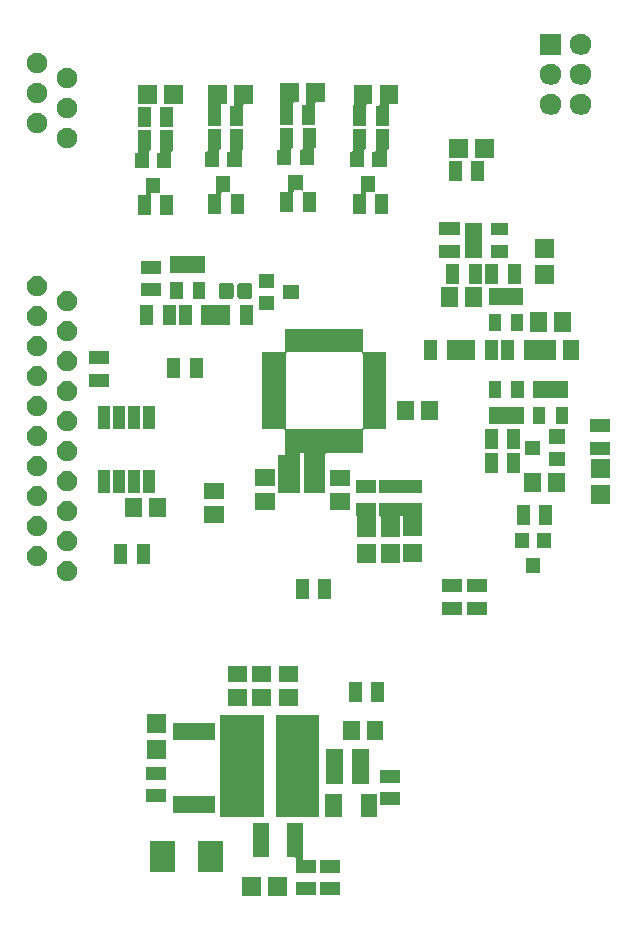
<source format=gts>
G04 #@! TF.GenerationSoftware,KiCad,Pcbnew,5.0.2-bee76a0~70~ubuntu18.04.1*
G04 #@! TF.CreationDate,2019-04-18T18:19:39-04:00*
G04 #@! TF.ProjectId,Brakelight_Shutdown_BSPD,4272616b-656c-4696-9768-745f53687574,rev?*
G04 #@! TF.SameCoordinates,Original*
G04 #@! TF.FileFunction,Soldermask,Top*
G04 #@! TF.FilePolarity,Negative*
%FSLAX46Y46*%
G04 Gerber Fmt 4.6, Leading zero omitted, Abs format (unit mm)*
G04 Created by KiCad (PCBNEW 5.0.2-bee76a0~70~ubuntu18.04.1) date Thu 18 Apr 2019 06:19:39 PM EDT*
%MOMM*%
%LPD*%
G01*
G04 APERTURE LIST*
%ADD10C,2.000000*%
G04 APERTURE END LIST*
D10*
G36*
X183812164Y-122865891D02*
X182212164Y-122865891D01*
X182212164Y-121265891D01*
X183812164Y-121265891D01*
X183812164Y-122865891D01*
X183812164Y-122865891D01*
G37*
G36*
X181612164Y-122865891D02*
X180012164Y-122865891D01*
X180012164Y-121265891D01*
X181612164Y-121265891D01*
X181612164Y-122865891D01*
X181612164Y-122865891D01*
G37*
G36*
X186318164Y-122803891D02*
X184618164Y-122803891D01*
X184618164Y-121703891D01*
X186318164Y-121703891D01*
X186318164Y-122803891D01*
X186318164Y-122803891D01*
G37*
G36*
X188350164Y-122803891D02*
X186650164Y-122803891D01*
X186650164Y-121703891D01*
X188350164Y-121703891D01*
X188350164Y-122803891D01*
X188350164Y-122803891D01*
G37*
G36*
X185160664Y-119678891D02*
X185163066Y-119703277D01*
X185170179Y-119726726D01*
X185181730Y-119748337D01*
X185197276Y-119767279D01*
X185216218Y-119782825D01*
X185237829Y-119794376D01*
X185261278Y-119801489D01*
X185285664Y-119803891D01*
X186318164Y-119803891D01*
X186318164Y-120903891D01*
X184618164Y-120903891D01*
X184618164Y-119723391D01*
X184615762Y-119699005D01*
X184608649Y-119675556D01*
X184597098Y-119653945D01*
X184581552Y-119635003D01*
X184562610Y-119619457D01*
X184540999Y-119607906D01*
X184517550Y-119600793D01*
X184493164Y-119598391D01*
X183860664Y-119598391D01*
X183860664Y-116698391D01*
X185160664Y-116698391D01*
X185160664Y-119678891D01*
X185160664Y-119678891D01*
G37*
G36*
X188350164Y-120903891D02*
X186650164Y-120903891D01*
X186650164Y-119803891D01*
X188350164Y-119803891D01*
X188350164Y-120903891D01*
X188350164Y-120903891D01*
G37*
G36*
X174365164Y-120805391D02*
X172187164Y-120805391D01*
X172187164Y-118246391D01*
X174365164Y-118246391D01*
X174365164Y-120805391D01*
X174365164Y-120805391D01*
G37*
G36*
X178429164Y-120805391D02*
X176251164Y-120805391D01*
X176251164Y-118246391D01*
X178429164Y-118246391D01*
X178429164Y-120805391D01*
X178429164Y-120805391D01*
G37*
G36*
X182260664Y-119598391D02*
X180960664Y-119598391D01*
X180960664Y-116698391D01*
X182260664Y-116698391D01*
X182260664Y-119598391D01*
X182260664Y-119598391D01*
G37*
G36*
X191478164Y-116207891D02*
X190078164Y-116207891D01*
X190078164Y-114207891D01*
X191478164Y-114207891D01*
X191478164Y-116207891D01*
X191478164Y-116207891D01*
G37*
G36*
X188478164Y-116207891D02*
X187078164Y-116207891D01*
X187078164Y-114207891D01*
X188478164Y-114207891D01*
X188478164Y-116207891D01*
X188478164Y-116207891D01*
G37*
G36*
X181856664Y-116142391D02*
X178156664Y-116142391D01*
X178156664Y-107542391D01*
X181856664Y-107542391D01*
X181856664Y-116142391D01*
X181856664Y-116142391D01*
G37*
G36*
X186556664Y-116142391D02*
X182856664Y-116142391D01*
X182856664Y-107542391D01*
X186556664Y-107542391D01*
X186556664Y-116142391D01*
X186556664Y-116142391D01*
G37*
G36*
X177743164Y-115832891D02*
X174143164Y-115832891D01*
X174143164Y-114432891D01*
X177743164Y-114432891D01*
X177743164Y-115832891D01*
X177743164Y-115832891D01*
G37*
G36*
X193430164Y-115183891D02*
X191730164Y-115183891D01*
X191730164Y-114083891D01*
X193430164Y-114083891D01*
X193430164Y-115183891D01*
X193430164Y-115183891D01*
G37*
G36*
X173618164Y-114929891D02*
X171918164Y-114929891D01*
X171918164Y-113829891D01*
X173618164Y-113829891D01*
X173618164Y-114929891D01*
X173618164Y-114929891D01*
G37*
G36*
X190790664Y-113342791D02*
X189330664Y-113342791D01*
X189330664Y-110392791D01*
X190790664Y-110392791D01*
X190790664Y-113342791D01*
X190790664Y-113342791D01*
G37*
G36*
X188590664Y-113342791D02*
X187130664Y-113342791D01*
X187130664Y-110392791D01*
X188590664Y-110392791D01*
X188590664Y-113342791D01*
X188590664Y-113342791D01*
G37*
G36*
X193430164Y-113283891D02*
X191730164Y-113283891D01*
X191730164Y-112183891D01*
X193430164Y-112183891D01*
X193430164Y-113283891D01*
X193430164Y-113283891D01*
G37*
G36*
X173618164Y-113029891D02*
X171918164Y-113029891D01*
X171918164Y-111929891D01*
X173618164Y-111929891D01*
X173618164Y-113029891D01*
X173618164Y-113029891D01*
G37*
G36*
X173568164Y-111265891D02*
X171968164Y-111265891D01*
X171968164Y-109665891D01*
X173568164Y-109665891D01*
X173568164Y-111265891D01*
X173568164Y-111265891D01*
G37*
G36*
X189994164Y-109682891D02*
X188594164Y-109682891D01*
X188594164Y-108032891D01*
X189994164Y-108032891D01*
X189994164Y-109682891D01*
X189994164Y-109682891D01*
G37*
G36*
X191994164Y-109682891D02*
X190594164Y-109682891D01*
X190594164Y-108032891D01*
X191994164Y-108032891D01*
X191994164Y-109682891D01*
X191994164Y-109682891D01*
G37*
G36*
X177743164Y-109632891D02*
X174143164Y-109632891D01*
X174143164Y-108232891D01*
X177743164Y-108232891D01*
X177743164Y-109632891D01*
X177743164Y-109632891D01*
G37*
G36*
X173568164Y-109065891D02*
X171968164Y-109065891D01*
X171968164Y-107465891D01*
X173568164Y-107465891D01*
X173568164Y-109065891D01*
X173568164Y-109065891D01*
G37*
G36*
X180451164Y-106747891D02*
X178801164Y-106747891D01*
X178801164Y-105347891D01*
X180451164Y-105347891D01*
X180451164Y-106747891D01*
X180451164Y-106747891D01*
G37*
G36*
X184769164Y-106747891D02*
X183119164Y-106747891D01*
X183119164Y-105347891D01*
X184769164Y-105347891D01*
X184769164Y-106747891D01*
X184769164Y-106747891D01*
G37*
G36*
X182483164Y-106747891D02*
X180833164Y-106747891D01*
X180833164Y-105347891D01*
X182483164Y-105347891D01*
X182483164Y-106747891D01*
X182483164Y-106747891D01*
G37*
G36*
X190148164Y-106405891D02*
X189048164Y-106405891D01*
X189048164Y-104705891D01*
X190148164Y-104705891D01*
X190148164Y-106405891D01*
X190148164Y-106405891D01*
G37*
G36*
X192048164Y-106405891D02*
X190948164Y-106405891D01*
X190948164Y-104705891D01*
X192048164Y-104705891D01*
X192048164Y-106405891D01*
X192048164Y-106405891D01*
G37*
G36*
X184769164Y-104747891D02*
X183119164Y-104747891D01*
X183119164Y-103347891D01*
X184769164Y-103347891D01*
X184769164Y-104747891D01*
X184769164Y-104747891D01*
G37*
G36*
X182483164Y-104747891D02*
X180833164Y-104747891D01*
X180833164Y-103347891D01*
X182483164Y-103347891D01*
X182483164Y-104747891D01*
X182483164Y-104747891D01*
G37*
G36*
X180451164Y-104747891D02*
X178801164Y-104747891D01*
X178801164Y-103347891D01*
X180451164Y-103347891D01*
X180451164Y-104747891D01*
X180451164Y-104747891D01*
G37*
G36*
X198614400Y-99061400D02*
X196914400Y-99061400D01*
X196914400Y-97961400D01*
X198614400Y-97961400D01*
X198614400Y-99061400D01*
X198614400Y-99061400D01*
G37*
G36*
X200798800Y-99046200D02*
X199098800Y-99046200D01*
X199098800Y-97946200D01*
X200798800Y-97946200D01*
X200798800Y-99046200D01*
X200798800Y-99046200D01*
G37*
G36*
X187565200Y-97725600D02*
X186465200Y-97725600D01*
X186465200Y-96025600D01*
X187565200Y-96025600D01*
X187565200Y-97725600D01*
X187565200Y-97725600D01*
G37*
G36*
X185665200Y-97725600D02*
X184565200Y-97725600D01*
X184565200Y-96025600D01*
X185665200Y-96025600D01*
X185665200Y-97725600D01*
X185665200Y-97725600D01*
G37*
G36*
X198614400Y-97161400D02*
X196914400Y-97161400D01*
X196914400Y-96061400D01*
X198614400Y-96061400D01*
X198614400Y-97161400D01*
X198614400Y-97161400D01*
G37*
G36*
X200798800Y-97146200D02*
X199098800Y-97146200D01*
X199098800Y-96046200D01*
X200798800Y-96046200D01*
X200798800Y-97146200D01*
X200798800Y-97146200D01*
G37*
G36*
X165449534Y-94534264D02*
X165604227Y-94598340D01*
X165743447Y-94691364D01*
X165861836Y-94809753D01*
X165954860Y-94948973D01*
X166018936Y-95103666D01*
X166051600Y-95267881D01*
X166051600Y-95435319D01*
X166018936Y-95599534D01*
X165954860Y-95754227D01*
X165861836Y-95893447D01*
X165743447Y-96011836D01*
X165604227Y-96104860D01*
X165449534Y-96168936D01*
X165285319Y-96201600D01*
X165117881Y-96201600D01*
X164953666Y-96168936D01*
X164798973Y-96104860D01*
X164659753Y-96011836D01*
X164541364Y-95893447D01*
X164448340Y-95754227D01*
X164384264Y-95599534D01*
X164351600Y-95435319D01*
X164351600Y-95267881D01*
X164384264Y-95103666D01*
X164448340Y-94948973D01*
X164541364Y-94809753D01*
X164659753Y-94691364D01*
X164798973Y-94598340D01*
X164953666Y-94534264D01*
X165117881Y-94501600D01*
X165285319Y-94501600D01*
X165449534Y-94534264D01*
X165449534Y-94534264D01*
G37*
G36*
X205237600Y-95510800D02*
X204037600Y-95510800D01*
X204037600Y-94210800D01*
X205237600Y-94210800D01*
X205237600Y-95510800D01*
X205237600Y-95510800D01*
G37*
G36*
X162909534Y-93264264D02*
X163064227Y-93328340D01*
X163203447Y-93421364D01*
X163321836Y-93539753D01*
X163414860Y-93678973D01*
X163478936Y-93833666D01*
X163511600Y-93997881D01*
X163511600Y-94165319D01*
X163478936Y-94329534D01*
X163414860Y-94484227D01*
X163321836Y-94623447D01*
X163203447Y-94741836D01*
X163064227Y-94834860D01*
X162909534Y-94898936D01*
X162745319Y-94931600D01*
X162577881Y-94931600D01*
X162413666Y-94898936D01*
X162258973Y-94834860D01*
X162119753Y-94741836D01*
X162001364Y-94623447D01*
X161908340Y-94484227D01*
X161844264Y-94329534D01*
X161811600Y-94165319D01*
X161811600Y-93997881D01*
X161844264Y-93833666D01*
X161908340Y-93678973D01*
X162001364Y-93539753D01*
X162119753Y-93421364D01*
X162258973Y-93328340D01*
X162413666Y-93264264D01*
X162577881Y-93231600D01*
X162745319Y-93231600D01*
X162909534Y-93264264D01*
X162909534Y-93264264D01*
G37*
G36*
X170303200Y-94753800D02*
X169203200Y-94753800D01*
X169203200Y-93053800D01*
X170303200Y-93053800D01*
X170303200Y-94753800D01*
X170303200Y-94753800D01*
G37*
G36*
X172203200Y-94753800D02*
X171103200Y-94753800D01*
X171103200Y-93053800D01*
X172203200Y-93053800D01*
X172203200Y-94753800D01*
X172203200Y-94753800D01*
G37*
G36*
X191388900Y-94643200D02*
X189788900Y-94643200D01*
X189788900Y-93043200D01*
X191388900Y-93043200D01*
X191388900Y-94643200D01*
X191388900Y-94643200D01*
G37*
G36*
X193357400Y-94643200D02*
X191757400Y-94643200D01*
X191757400Y-93043200D01*
X193357400Y-93043200D01*
X193357400Y-94643200D01*
X193357400Y-94643200D01*
G37*
G36*
X195262400Y-94622700D02*
X193662400Y-94622700D01*
X193662400Y-93022700D01*
X195262400Y-93022700D01*
X195262400Y-94622700D01*
X195262400Y-94622700D01*
G37*
G36*
X165449534Y-91994264D02*
X165604227Y-92058340D01*
X165743447Y-92151364D01*
X165861836Y-92269753D01*
X165954860Y-92408973D01*
X166018936Y-92563666D01*
X166051600Y-92727881D01*
X166051600Y-92895319D01*
X166018936Y-93059534D01*
X165954860Y-93214227D01*
X165861836Y-93353447D01*
X165743447Y-93471836D01*
X165604227Y-93564860D01*
X165449534Y-93628936D01*
X165285319Y-93661600D01*
X165117881Y-93661600D01*
X164953666Y-93628936D01*
X164798973Y-93564860D01*
X164659753Y-93471836D01*
X164541364Y-93353447D01*
X164448340Y-93214227D01*
X164384264Y-93059534D01*
X164351600Y-92895319D01*
X164351600Y-92727881D01*
X164384264Y-92563666D01*
X164448340Y-92408973D01*
X164541364Y-92269753D01*
X164659753Y-92151364D01*
X164798973Y-92058340D01*
X164953666Y-91994264D01*
X165117881Y-91961600D01*
X165285319Y-91961600D01*
X165449534Y-91994264D01*
X165449534Y-91994264D01*
G37*
G36*
X204287600Y-93410800D02*
X203087600Y-93410800D01*
X203087600Y-92110800D01*
X204287600Y-92110800D01*
X204287600Y-93410800D01*
X204287600Y-93410800D01*
G37*
G36*
X206187600Y-93410800D02*
X204987600Y-93410800D01*
X204987600Y-92110800D01*
X206187600Y-92110800D01*
X206187600Y-93410800D01*
X206187600Y-93410800D01*
G37*
G36*
X191375400Y-90718200D02*
X191377802Y-90742586D01*
X191384915Y-90766035D01*
X191388900Y-90773491D01*
X191388900Y-92443200D01*
X189788900Y-92443200D01*
X189788900Y-90794200D01*
X189786498Y-90769814D01*
X189779385Y-90746365D01*
X189767834Y-90724754D01*
X189752288Y-90705812D01*
X189733346Y-90690266D01*
X189711735Y-90678715D01*
X189688286Y-90671602D01*
X189675400Y-90670333D01*
X189675400Y-89569200D01*
X191375400Y-89569200D01*
X191375400Y-90718200D01*
X191375400Y-90718200D01*
G37*
G36*
X195248900Y-90697700D02*
X195251302Y-90722086D01*
X195258415Y-90745535D01*
X195262400Y-90752991D01*
X195262400Y-92422700D01*
X193662400Y-92422700D01*
X193662400Y-90791700D01*
X193659998Y-90767314D01*
X193652885Y-90743865D01*
X193641334Y-90722254D01*
X193625788Y-90703312D01*
X193606846Y-90687766D01*
X193585235Y-90676215D01*
X193561786Y-90669102D01*
X193537400Y-90666700D01*
X193482400Y-90666700D01*
X193458014Y-90669102D01*
X193434565Y-90676215D01*
X193412954Y-90687766D01*
X193394012Y-90703312D01*
X193378466Y-90722254D01*
X193366915Y-90743865D01*
X193359802Y-90767314D01*
X193357400Y-90791700D01*
X193357400Y-92443200D01*
X191757400Y-92443200D01*
X191757400Y-90794200D01*
X191754998Y-90769814D01*
X191747885Y-90746365D01*
X191736334Y-90724754D01*
X191720788Y-90705812D01*
X191701846Y-90690266D01*
X191680235Y-90678715D01*
X191656786Y-90671602D01*
X191643900Y-90670333D01*
X191643900Y-89569200D01*
X193423900Y-89569200D01*
X193448286Y-89566798D01*
X193448609Y-89566700D01*
X195248900Y-89566700D01*
X195248900Y-90697700D01*
X195248900Y-90697700D01*
G37*
G36*
X162909534Y-90724264D02*
X163064227Y-90788340D01*
X163203447Y-90881364D01*
X163321836Y-90999753D01*
X163414860Y-91138973D01*
X163478936Y-91293666D01*
X163511600Y-91457881D01*
X163511600Y-91625319D01*
X163478936Y-91789534D01*
X163414860Y-91944227D01*
X163321836Y-92083447D01*
X163203447Y-92201836D01*
X163064227Y-92294860D01*
X162909534Y-92358936D01*
X162745319Y-92391600D01*
X162577881Y-92391600D01*
X162413666Y-92358936D01*
X162258973Y-92294860D01*
X162119753Y-92201836D01*
X162001364Y-92083447D01*
X161908340Y-91944227D01*
X161844264Y-91789534D01*
X161811600Y-91625319D01*
X161811600Y-91457881D01*
X161844264Y-91293666D01*
X161908340Y-91138973D01*
X162001364Y-90999753D01*
X162119753Y-90881364D01*
X162258973Y-90788340D01*
X162413666Y-90724264D01*
X162577881Y-90691600D01*
X162745319Y-90691600D01*
X162909534Y-90724264D01*
X162909534Y-90724264D01*
G37*
G36*
X206259600Y-91426400D02*
X205159600Y-91426400D01*
X205159600Y-89726400D01*
X206259600Y-89726400D01*
X206259600Y-91426400D01*
X206259600Y-91426400D01*
G37*
G36*
X204359600Y-91426400D02*
X203259600Y-91426400D01*
X203259600Y-89726400D01*
X204359600Y-89726400D01*
X204359600Y-91426400D01*
X204359600Y-91426400D01*
G37*
G36*
X178472600Y-91276400D02*
X176822600Y-91276400D01*
X176822600Y-89876400D01*
X178472600Y-89876400D01*
X178472600Y-91276400D01*
X178472600Y-91276400D01*
G37*
G36*
X165449534Y-89454264D02*
X165604227Y-89518340D01*
X165743447Y-89611364D01*
X165861836Y-89729753D01*
X165954860Y-89868973D01*
X166018936Y-90023666D01*
X166051600Y-90187881D01*
X166051600Y-90355319D01*
X166018936Y-90519534D01*
X165954860Y-90674227D01*
X165861836Y-90813447D01*
X165743447Y-90931836D01*
X165604227Y-91024860D01*
X165449534Y-91088936D01*
X165285319Y-91121600D01*
X165117881Y-91121600D01*
X164953666Y-91088936D01*
X164798973Y-91024860D01*
X164659753Y-90931836D01*
X164541364Y-90813447D01*
X164448340Y-90674227D01*
X164384264Y-90519534D01*
X164351600Y-90355319D01*
X164351600Y-90187881D01*
X164384264Y-90023666D01*
X164448340Y-89868973D01*
X164541364Y-89729753D01*
X164659753Y-89611364D01*
X164798973Y-89518340D01*
X164953666Y-89454264D01*
X165117881Y-89421600D01*
X165285319Y-89421600D01*
X165449534Y-89454264D01*
X165449534Y-89454264D01*
G37*
G36*
X171540400Y-90791800D02*
X170140400Y-90791800D01*
X170140400Y-89141800D01*
X171540400Y-89141800D01*
X171540400Y-90791800D01*
X171540400Y-90791800D01*
G37*
G36*
X173540400Y-90791800D02*
X172140400Y-90791800D01*
X172140400Y-89141800D01*
X173540400Y-89141800D01*
X173540400Y-90791800D01*
X173540400Y-90791800D01*
G37*
G36*
X189127900Y-90184200D02*
X187477900Y-90184200D01*
X187477900Y-88784200D01*
X189127900Y-88784200D01*
X189127900Y-90184200D01*
X189127900Y-90184200D01*
G37*
G36*
X182777900Y-90152200D02*
X181127900Y-90152200D01*
X181127900Y-88752200D01*
X182777900Y-88752200D01*
X182777900Y-90152200D01*
X182777900Y-90152200D01*
G37*
G36*
X162909534Y-88184264D02*
X163064227Y-88248340D01*
X163203447Y-88341364D01*
X163321836Y-88459753D01*
X163414860Y-88598973D01*
X163478936Y-88753666D01*
X163511600Y-88917881D01*
X163511600Y-89085319D01*
X163478936Y-89249534D01*
X163414860Y-89404227D01*
X163321836Y-89543447D01*
X163203447Y-89661836D01*
X163064227Y-89754860D01*
X162909534Y-89818936D01*
X162745319Y-89851600D01*
X162577881Y-89851600D01*
X162413666Y-89818936D01*
X162258973Y-89754860D01*
X162119753Y-89661836D01*
X162001364Y-89543447D01*
X161908340Y-89404227D01*
X161844264Y-89249534D01*
X161811600Y-89085319D01*
X161811600Y-88917881D01*
X161844264Y-88753666D01*
X161908340Y-88598973D01*
X162001364Y-88459753D01*
X162119753Y-88341364D01*
X162258973Y-88248340D01*
X162413666Y-88184264D01*
X162577881Y-88151600D01*
X162745319Y-88151600D01*
X162909534Y-88184264D01*
X162909534Y-88184264D01*
G37*
G36*
X211188200Y-89657000D02*
X209588200Y-89657000D01*
X209588200Y-88057000D01*
X211188200Y-88057000D01*
X211188200Y-89657000D01*
X211188200Y-89657000D01*
G37*
G36*
X178472600Y-89276400D02*
X176822600Y-89276400D01*
X176822600Y-87876400D01*
X178472600Y-87876400D01*
X178472600Y-89276400D01*
X178472600Y-89276400D01*
G37*
G36*
X195248900Y-88766700D02*
X193468900Y-88766700D01*
X193444514Y-88769102D01*
X193444191Y-88769200D01*
X191643900Y-88769200D01*
X191643900Y-87669200D01*
X193423900Y-87669200D01*
X193448286Y-87666798D01*
X193448609Y-87666700D01*
X195248900Y-87666700D01*
X195248900Y-88766700D01*
X195248900Y-88766700D01*
G37*
G36*
X191375400Y-88769200D02*
X189675400Y-88769200D01*
X189675400Y-87669200D01*
X191375400Y-87669200D01*
X191375400Y-88769200D01*
X191375400Y-88769200D01*
G37*
G36*
X172610400Y-88714200D02*
X171610400Y-88714200D01*
X171610400Y-86764200D01*
X172610400Y-86764200D01*
X172610400Y-88714200D01*
X172610400Y-88714200D01*
G37*
G36*
X168800400Y-88714200D02*
X167800400Y-88714200D01*
X167800400Y-86764200D01*
X168800400Y-86764200D01*
X168800400Y-88714200D01*
X168800400Y-88714200D01*
G37*
G36*
X170070400Y-88714200D02*
X169070400Y-88714200D01*
X169070400Y-86764200D01*
X170070400Y-86764200D01*
X170070400Y-88714200D01*
X170070400Y-88714200D01*
G37*
G36*
X171340400Y-88714200D02*
X170340400Y-88714200D01*
X170340400Y-86764200D01*
X171340400Y-86764200D01*
X171340400Y-88714200D01*
X171340400Y-88714200D01*
G37*
G36*
X190244400Y-76686200D02*
X190246802Y-76710586D01*
X190253915Y-76734035D01*
X190265466Y-76755646D01*
X190281012Y-76774588D01*
X190299954Y-76790134D01*
X190321565Y-76801685D01*
X190345014Y-76808798D01*
X190369400Y-76811200D01*
X192219400Y-76811200D01*
X192219400Y-83361200D01*
X190369400Y-83361200D01*
X190345014Y-83363602D01*
X190321565Y-83370715D01*
X190299954Y-83382266D01*
X190281012Y-83397812D01*
X190265466Y-83416754D01*
X190253915Y-83438365D01*
X190246802Y-83461814D01*
X190244400Y-83486200D01*
X190244400Y-85336200D01*
X187209900Y-85336200D01*
X187185514Y-85338602D01*
X187162065Y-85345715D01*
X187140454Y-85357266D01*
X187121512Y-85372812D01*
X187105966Y-85391754D01*
X187094415Y-85413365D01*
X187087302Y-85436814D01*
X187084900Y-85461200D01*
X187084900Y-88709200D01*
X185284900Y-88709200D01*
X185284900Y-85461200D01*
X185282498Y-85436814D01*
X185275385Y-85413365D01*
X185263834Y-85391754D01*
X185248288Y-85372812D01*
X185229346Y-85357266D01*
X185207735Y-85345715D01*
X185184286Y-85338602D01*
X185159900Y-85336200D01*
X185009900Y-85336200D01*
X184985514Y-85338602D01*
X184962065Y-85345715D01*
X184940454Y-85357266D01*
X184921512Y-85372812D01*
X184905966Y-85391754D01*
X184894415Y-85413365D01*
X184887302Y-85436814D01*
X184884900Y-85461200D01*
X184884900Y-88709200D01*
X183084900Y-88709200D01*
X183084900Y-85509200D01*
X183569400Y-85509200D01*
X183593786Y-85506798D01*
X183617235Y-85499685D01*
X183638846Y-85488134D01*
X183657788Y-85472588D01*
X183673334Y-85453646D01*
X183684885Y-85432035D01*
X183691998Y-85408586D01*
X183694400Y-85384200D01*
X183694400Y-83486200D01*
X183691998Y-83461814D01*
X183684885Y-83438365D01*
X183673334Y-83416754D01*
X183657788Y-83397812D01*
X183638846Y-83382266D01*
X183617235Y-83370715D01*
X183593786Y-83363602D01*
X183569400Y-83361200D01*
X181719400Y-83361200D01*
X181719400Y-76961200D01*
X183719400Y-76961200D01*
X183719400Y-83211200D01*
X183721802Y-83235586D01*
X183728915Y-83259035D01*
X183740466Y-83280646D01*
X183756012Y-83299588D01*
X183774954Y-83315134D01*
X183796565Y-83326685D01*
X183820014Y-83333798D01*
X183844400Y-83336200D01*
X190094400Y-83336200D01*
X190118786Y-83333798D01*
X190142235Y-83326685D01*
X190163846Y-83315134D01*
X190182788Y-83299588D01*
X190198334Y-83280646D01*
X190209885Y-83259035D01*
X190216998Y-83235586D01*
X190219400Y-83211200D01*
X190219400Y-76961200D01*
X190216998Y-76936814D01*
X190209885Y-76913365D01*
X190198334Y-76891754D01*
X190182788Y-76872812D01*
X190163846Y-76857266D01*
X190142235Y-76845715D01*
X190118786Y-76838602D01*
X190094400Y-76836200D01*
X183844400Y-76836200D01*
X183820014Y-76838602D01*
X183796565Y-76845715D01*
X183774954Y-76857266D01*
X183756012Y-76872812D01*
X183740466Y-76891754D01*
X183728915Y-76913365D01*
X183721802Y-76936814D01*
X183719400Y-76961200D01*
X181719400Y-76961200D01*
X181719400Y-76811200D01*
X183569400Y-76811200D01*
X183593786Y-76808798D01*
X183617235Y-76801685D01*
X183638846Y-76790134D01*
X183657788Y-76774588D01*
X183673334Y-76755646D01*
X183684885Y-76734035D01*
X183691998Y-76710586D01*
X183694400Y-76686200D01*
X183694400Y-74836200D01*
X190244400Y-74836200D01*
X190244400Y-76686200D01*
X190244400Y-76686200D01*
G37*
G36*
X205322400Y-88658200D02*
X203922400Y-88658200D01*
X203922400Y-87008200D01*
X205322400Y-87008200D01*
X205322400Y-88658200D01*
X205322400Y-88658200D01*
G37*
G36*
X207322400Y-88658200D02*
X205922400Y-88658200D01*
X205922400Y-87008200D01*
X207322400Y-87008200D01*
X207322400Y-88658200D01*
X207322400Y-88658200D01*
G37*
G36*
X165449534Y-86914264D02*
X165604227Y-86978340D01*
X165743447Y-87071364D01*
X165861836Y-87189753D01*
X165954860Y-87328973D01*
X166018936Y-87483666D01*
X166051600Y-87647881D01*
X166051600Y-87815319D01*
X166018936Y-87979534D01*
X165954860Y-88134227D01*
X165861836Y-88273447D01*
X165743447Y-88391836D01*
X165604227Y-88484860D01*
X165449534Y-88548936D01*
X165285319Y-88581600D01*
X165117881Y-88581600D01*
X164953666Y-88548936D01*
X164798973Y-88484860D01*
X164659753Y-88391836D01*
X164541364Y-88273447D01*
X164448340Y-88134227D01*
X164384264Y-87979534D01*
X164351600Y-87815319D01*
X164351600Y-87647881D01*
X164384264Y-87483666D01*
X164448340Y-87328973D01*
X164541364Y-87189753D01*
X164659753Y-87071364D01*
X164798973Y-86978340D01*
X164953666Y-86914264D01*
X165117881Y-86881600D01*
X165285319Y-86881600D01*
X165449534Y-86914264D01*
X165449534Y-86914264D01*
G37*
G36*
X189127900Y-88184200D02*
X187477900Y-88184200D01*
X187477900Y-86784200D01*
X189127900Y-86784200D01*
X189127900Y-88184200D01*
X189127900Y-88184200D01*
G37*
G36*
X182777900Y-88152200D02*
X181127900Y-88152200D01*
X181127900Y-86752200D01*
X182777900Y-86752200D01*
X182777900Y-88152200D01*
X182777900Y-88152200D01*
G37*
G36*
X211188200Y-87457000D02*
X209588200Y-87457000D01*
X209588200Y-85857000D01*
X211188200Y-85857000D01*
X211188200Y-87457000D01*
X211188200Y-87457000D01*
G37*
G36*
X162909534Y-85644264D02*
X163064227Y-85708340D01*
X163203447Y-85801364D01*
X163321836Y-85919753D01*
X163414860Y-86058973D01*
X163478936Y-86213666D01*
X163511600Y-86377881D01*
X163511600Y-86545319D01*
X163478936Y-86709534D01*
X163414860Y-86864227D01*
X163321836Y-87003447D01*
X163203447Y-87121836D01*
X163064227Y-87214860D01*
X162909534Y-87278936D01*
X162745319Y-87311600D01*
X162577881Y-87311600D01*
X162413666Y-87278936D01*
X162258973Y-87214860D01*
X162119753Y-87121836D01*
X162001364Y-87003447D01*
X161908340Y-86864227D01*
X161844264Y-86709534D01*
X161811600Y-86545319D01*
X161811600Y-86377881D01*
X161844264Y-86213666D01*
X161908340Y-86058973D01*
X162001364Y-85919753D01*
X162119753Y-85801364D01*
X162258973Y-85708340D01*
X162413666Y-85644264D01*
X162577881Y-85611600D01*
X162745319Y-85611600D01*
X162909534Y-85644264D01*
X162909534Y-85644264D01*
G37*
G36*
X203572200Y-87032200D02*
X202472200Y-87032200D01*
X202472200Y-85332200D01*
X203572200Y-85332200D01*
X203572200Y-87032200D01*
X203572200Y-87032200D01*
G37*
G36*
X201672200Y-87032200D02*
X200572200Y-87032200D01*
X200572200Y-85332200D01*
X201672200Y-85332200D01*
X201672200Y-87032200D01*
X201672200Y-87032200D01*
G37*
G36*
X207347000Y-86462200D02*
X206047000Y-86462200D01*
X206047000Y-85262200D01*
X207347000Y-85262200D01*
X207347000Y-86462200D01*
X207347000Y-86462200D01*
G37*
G36*
X165449534Y-84374264D02*
X165604227Y-84438340D01*
X165743447Y-84531364D01*
X165861836Y-84649753D01*
X165954860Y-84788973D01*
X166018936Y-84943666D01*
X166051600Y-85107881D01*
X166051600Y-85275319D01*
X166018936Y-85439534D01*
X165954860Y-85594227D01*
X165861836Y-85733447D01*
X165743447Y-85851836D01*
X165604227Y-85944860D01*
X165449534Y-86008936D01*
X165285319Y-86041600D01*
X165117881Y-86041600D01*
X164953666Y-86008936D01*
X164798973Y-85944860D01*
X164659753Y-85851836D01*
X164541364Y-85733447D01*
X164448340Y-85594227D01*
X164384264Y-85439534D01*
X164351600Y-85275319D01*
X164351600Y-85107881D01*
X164384264Y-84943666D01*
X164448340Y-84788973D01*
X164541364Y-84649753D01*
X164659753Y-84531364D01*
X164798973Y-84438340D01*
X164953666Y-84374264D01*
X165117881Y-84341600D01*
X165285319Y-84341600D01*
X165449534Y-84374264D01*
X165449534Y-84374264D01*
G37*
G36*
X205247000Y-85512200D02*
X203947000Y-85512200D01*
X203947000Y-84312200D01*
X205247000Y-84312200D01*
X205247000Y-85512200D01*
X205247000Y-85512200D01*
G37*
G36*
X211212800Y-85487600D02*
X209512800Y-85487600D01*
X209512800Y-84387600D01*
X211212800Y-84387600D01*
X211212800Y-85487600D01*
X211212800Y-85487600D01*
G37*
G36*
X203572200Y-85025600D02*
X202472200Y-85025600D01*
X202472200Y-83325600D01*
X203572200Y-83325600D01*
X203572200Y-85025600D01*
X203572200Y-85025600D01*
G37*
G36*
X201672200Y-85025600D02*
X200572200Y-85025600D01*
X200572200Y-83325600D01*
X201672200Y-83325600D01*
X201672200Y-85025600D01*
X201672200Y-85025600D01*
G37*
G36*
X162909534Y-83104264D02*
X163064227Y-83168340D01*
X163203447Y-83261364D01*
X163321836Y-83379753D01*
X163414860Y-83518973D01*
X163478936Y-83673666D01*
X163511600Y-83837881D01*
X163511600Y-84005319D01*
X163478936Y-84169534D01*
X163414860Y-84324227D01*
X163321836Y-84463447D01*
X163203447Y-84581836D01*
X163064227Y-84674860D01*
X162909534Y-84738936D01*
X162745319Y-84771600D01*
X162577881Y-84771600D01*
X162413666Y-84738936D01*
X162258973Y-84674860D01*
X162119753Y-84581836D01*
X162001364Y-84463447D01*
X161908340Y-84324227D01*
X161844264Y-84169534D01*
X161811600Y-84005319D01*
X161811600Y-83837881D01*
X161844264Y-83673666D01*
X161908340Y-83518973D01*
X162001364Y-83379753D01*
X162119753Y-83261364D01*
X162258973Y-83168340D01*
X162413666Y-83104264D01*
X162577881Y-83071600D01*
X162745319Y-83071600D01*
X162909534Y-83104264D01*
X162909534Y-83104264D01*
G37*
G36*
X207347000Y-84562200D02*
X206047000Y-84562200D01*
X206047000Y-83362200D01*
X207347000Y-83362200D01*
X207347000Y-84562200D01*
X207347000Y-84562200D01*
G37*
G36*
X211212800Y-83587600D02*
X209512800Y-83587600D01*
X209512800Y-82487600D01*
X211212800Y-82487600D01*
X211212800Y-83587600D01*
X211212800Y-83587600D01*
G37*
G36*
X165449534Y-81834264D02*
X165604227Y-81898340D01*
X165743447Y-81991364D01*
X165861836Y-82109753D01*
X165954860Y-82248973D01*
X166018936Y-82403666D01*
X166051600Y-82567881D01*
X166051600Y-82735319D01*
X166018936Y-82899534D01*
X165954860Y-83054227D01*
X165861836Y-83193447D01*
X165743447Y-83311836D01*
X165604227Y-83404860D01*
X165449534Y-83468936D01*
X165285319Y-83501600D01*
X165117881Y-83501600D01*
X164953666Y-83468936D01*
X164798973Y-83404860D01*
X164659753Y-83311836D01*
X164541364Y-83193447D01*
X164448340Y-83054227D01*
X164384264Y-82899534D01*
X164351600Y-82735319D01*
X164351600Y-82567881D01*
X164384264Y-82403666D01*
X164448340Y-82248973D01*
X164541364Y-82109753D01*
X164659753Y-81991364D01*
X164798973Y-81898340D01*
X164953666Y-81834264D01*
X165117881Y-81801600D01*
X165285319Y-81801600D01*
X165449534Y-81834264D01*
X165449534Y-81834264D01*
G37*
G36*
X168800400Y-83314200D02*
X167800400Y-83314200D01*
X167800400Y-81364200D01*
X168800400Y-81364200D01*
X168800400Y-83314200D01*
X168800400Y-83314200D01*
G37*
G36*
X170070400Y-83314200D02*
X169070400Y-83314200D01*
X169070400Y-81364200D01*
X170070400Y-81364200D01*
X170070400Y-83314200D01*
X170070400Y-83314200D01*
G37*
G36*
X171340400Y-83314200D02*
X170340400Y-83314200D01*
X170340400Y-81364200D01*
X171340400Y-81364200D01*
X171340400Y-83314200D01*
X171340400Y-83314200D01*
G37*
G36*
X172610400Y-83314200D02*
X171610400Y-83314200D01*
X171610400Y-81364200D01*
X172610400Y-81364200D01*
X172610400Y-83314200D01*
X172610400Y-83314200D01*
G37*
G36*
X203862200Y-82924400D02*
X200912200Y-82924400D01*
X200912200Y-81464400D01*
X203862200Y-81464400D01*
X203862200Y-82924400D01*
X203862200Y-82924400D01*
G37*
G36*
X207611200Y-82924400D02*
X206561200Y-82924400D01*
X206561200Y-81464400D01*
X207611200Y-81464400D01*
X207611200Y-82924400D01*
X207611200Y-82924400D01*
G37*
G36*
X205711200Y-82924400D02*
X204661200Y-82924400D01*
X204661200Y-81464400D01*
X205711200Y-81464400D01*
X205711200Y-82924400D01*
X205711200Y-82924400D01*
G37*
G36*
X194578200Y-82562200D02*
X193178200Y-82562200D01*
X193178200Y-80912200D01*
X194578200Y-80912200D01*
X194578200Y-82562200D01*
X194578200Y-82562200D01*
G37*
G36*
X196578200Y-82562200D02*
X195178200Y-82562200D01*
X195178200Y-80912200D01*
X196578200Y-80912200D01*
X196578200Y-82562200D01*
X196578200Y-82562200D01*
G37*
G36*
X162909534Y-80564264D02*
X163064227Y-80628340D01*
X163203447Y-80721364D01*
X163321836Y-80839753D01*
X163414860Y-80978973D01*
X163478936Y-81133666D01*
X163511600Y-81297881D01*
X163511600Y-81465319D01*
X163478936Y-81629534D01*
X163414860Y-81784227D01*
X163321836Y-81923447D01*
X163203447Y-82041836D01*
X163064227Y-82134860D01*
X162909534Y-82198936D01*
X162745319Y-82231600D01*
X162577881Y-82231600D01*
X162413666Y-82198936D01*
X162258973Y-82134860D01*
X162119753Y-82041836D01*
X162001364Y-81923447D01*
X161908340Y-81784227D01*
X161844264Y-81629534D01*
X161811600Y-81465319D01*
X161811600Y-81297881D01*
X161844264Y-81133666D01*
X161908340Y-80978973D01*
X162001364Y-80839753D01*
X162119753Y-80721364D01*
X162258973Y-80628340D01*
X162413666Y-80564264D01*
X162577881Y-80531600D01*
X162745319Y-80531600D01*
X162909534Y-80564264D01*
X162909534Y-80564264D01*
G37*
G36*
X165449534Y-79294264D02*
X165604227Y-79358340D01*
X165743447Y-79451364D01*
X165861836Y-79569753D01*
X165954860Y-79708973D01*
X166018936Y-79863666D01*
X166051600Y-80027881D01*
X166051600Y-80195319D01*
X166018936Y-80359534D01*
X165954860Y-80514227D01*
X165861836Y-80653447D01*
X165743447Y-80771836D01*
X165604227Y-80864860D01*
X165449534Y-80928936D01*
X165285319Y-80961600D01*
X165117881Y-80961600D01*
X164953666Y-80928936D01*
X164798973Y-80864860D01*
X164659753Y-80771836D01*
X164541364Y-80653447D01*
X164448340Y-80514227D01*
X164384264Y-80359534D01*
X164351600Y-80195319D01*
X164351600Y-80027881D01*
X164384264Y-79863666D01*
X164448340Y-79708973D01*
X164541364Y-79569753D01*
X164659753Y-79451364D01*
X164798973Y-79358340D01*
X164953666Y-79294264D01*
X165117881Y-79261600D01*
X165285319Y-79261600D01*
X165449534Y-79294264D01*
X165449534Y-79294264D01*
G37*
G36*
X207611200Y-80724400D02*
X204661200Y-80724400D01*
X204661200Y-79264400D01*
X207611200Y-79264400D01*
X207611200Y-80724400D01*
X207611200Y-80724400D01*
G37*
G36*
X203862200Y-80724400D02*
X202812200Y-80724400D01*
X202812200Y-79264400D01*
X203862200Y-79264400D01*
X203862200Y-80724400D01*
X203862200Y-80724400D01*
G37*
G36*
X201962200Y-80724400D02*
X200912200Y-80724400D01*
X200912200Y-79264400D01*
X201962200Y-79264400D01*
X201962200Y-80724400D01*
X201962200Y-80724400D01*
G37*
G36*
X168769400Y-79744700D02*
X167069400Y-79744700D01*
X167069400Y-78644700D01*
X168769400Y-78644700D01*
X168769400Y-79744700D01*
X168769400Y-79744700D01*
G37*
G36*
X162909534Y-78024264D02*
X163064227Y-78088340D01*
X163203447Y-78181364D01*
X163321836Y-78299753D01*
X163414860Y-78438973D01*
X163478936Y-78593666D01*
X163511600Y-78757881D01*
X163511600Y-78925319D01*
X163478936Y-79089534D01*
X163414860Y-79244227D01*
X163321836Y-79383447D01*
X163203447Y-79501836D01*
X163064227Y-79594860D01*
X162909534Y-79658936D01*
X162745319Y-79691600D01*
X162577881Y-79691600D01*
X162413666Y-79658936D01*
X162258973Y-79594860D01*
X162119753Y-79501836D01*
X162001364Y-79383447D01*
X161908340Y-79244227D01*
X161844264Y-79089534D01*
X161811600Y-78925319D01*
X161811600Y-78757881D01*
X161844264Y-78593666D01*
X161908340Y-78438973D01*
X162001364Y-78299753D01*
X162119753Y-78181364D01*
X162258973Y-78088340D01*
X162413666Y-78024264D01*
X162577881Y-77991600D01*
X162745319Y-77991600D01*
X162909534Y-78024264D01*
X162909534Y-78024264D01*
G37*
G36*
X174783800Y-78980400D02*
X173683800Y-78980400D01*
X173683800Y-77280400D01*
X174783800Y-77280400D01*
X174783800Y-78980400D01*
X174783800Y-78980400D01*
G37*
G36*
X176683800Y-78980400D02*
X175583800Y-78980400D01*
X175583800Y-77280400D01*
X176683800Y-77280400D01*
X176683800Y-78980400D01*
X176683800Y-78980400D01*
G37*
G36*
X165449534Y-76754264D02*
X165604227Y-76818340D01*
X165743447Y-76911364D01*
X165861836Y-77029753D01*
X165954860Y-77168973D01*
X166018936Y-77323666D01*
X166051600Y-77487881D01*
X166051600Y-77655319D01*
X166018936Y-77819534D01*
X165954860Y-77974227D01*
X165861836Y-78113447D01*
X165743447Y-78231836D01*
X165604227Y-78324860D01*
X165449534Y-78388936D01*
X165285319Y-78421600D01*
X165117881Y-78421600D01*
X164953666Y-78388936D01*
X164798973Y-78324860D01*
X164659753Y-78231836D01*
X164541364Y-78113447D01*
X164448340Y-77974227D01*
X164384264Y-77819534D01*
X164351600Y-77655319D01*
X164351600Y-77487881D01*
X164384264Y-77323666D01*
X164448340Y-77168973D01*
X164541364Y-77029753D01*
X164659753Y-76911364D01*
X164798973Y-76818340D01*
X164953666Y-76754264D01*
X165117881Y-76721600D01*
X165285319Y-76721600D01*
X165449534Y-76754264D01*
X165449534Y-76754264D01*
G37*
G36*
X168769400Y-77844700D02*
X167069400Y-77844700D01*
X167069400Y-76744700D01*
X168769400Y-76744700D01*
X168769400Y-77844700D01*
X168769400Y-77844700D01*
G37*
G36*
X205034954Y-75785734D02*
X205056565Y-75797285D01*
X205080014Y-75804398D01*
X205104400Y-75806800D01*
X206583000Y-75806800D01*
X206583000Y-77456800D01*
X205104400Y-77456800D01*
X205080014Y-77459202D01*
X205056565Y-77466315D01*
X205034954Y-77477866D01*
X205030161Y-77481800D01*
X203879400Y-77481800D01*
X203879400Y-75781800D01*
X205030161Y-75781800D01*
X205034954Y-75785734D01*
X205034954Y-75785734D01*
G37*
G36*
X203079400Y-77481800D02*
X201979400Y-77481800D01*
X201979400Y-75781800D01*
X203079400Y-75781800D01*
X203079400Y-77481800D01*
X203079400Y-77481800D01*
G37*
G36*
X208583000Y-77456800D02*
X207183000Y-77456800D01*
X207183000Y-75806800D01*
X208583000Y-75806800D01*
X208583000Y-77456800D01*
X208583000Y-77456800D01*
G37*
G36*
X196566800Y-77456400D02*
X195466800Y-77456400D01*
X195466800Y-75756400D01*
X196566800Y-75756400D01*
X196566800Y-77456400D01*
X196566800Y-77456400D01*
G37*
G36*
X201677400Y-77456400D02*
X200577400Y-77456400D01*
X200577400Y-75756400D01*
X201677400Y-75756400D01*
X201677400Y-77456400D01*
X201677400Y-77456400D01*
G37*
G36*
X199777400Y-77456400D02*
X197366800Y-77456400D01*
X197366800Y-75756400D01*
X199777400Y-75756400D01*
X199777400Y-77456400D01*
X199777400Y-77456400D01*
G37*
G36*
X162909534Y-75484264D02*
X163064227Y-75548340D01*
X163203447Y-75641364D01*
X163321836Y-75759753D01*
X163414860Y-75898973D01*
X163478936Y-76053666D01*
X163511600Y-76217881D01*
X163511600Y-76385319D01*
X163478936Y-76549534D01*
X163414860Y-76704227D01*
X163321836Y-76843447D01*
X163203447Y-76961836D01*
X163064227Y-77054860D01*
X162909534Y-77118936D01*
X162745319Y-77151600D01*
X162577881Y-77151600D01*
X162413666Y-77118936D01*
X162258973Y-77054860D01*
X162119753Y-76961836D01*
X162001364Y-76843447D01*
X161908340Y-76704227D01*
X161844264Y-76549534D01*
X161811600Y-76385319D01*
X161811600Y-76217881D01*
X161844264Y-76053666D01*
X161908340Y-75898973D01*
X162001364Y-75759753D01*
X162119753Y-75641364D01*
X162258973Y-75548340D01*
X162413666Y-75484264D01*
X162577881Y-75451600D01*
X162745319Y-75451600D01*
X162909534Y-75484264D01*
X162909534Y-75484264D01*
G37*
G36*
X165449534Y-74214264D02*
X165604227Y-74278340D01*
X165743447Y-74371364D01*
X165861836Y-74489753D01*
X165954860Y-74628973D01*
X166018936Y-74783666D01*
X166051600Y-74947881D01*
X166051600Y-75115319D01*
X166018936Y-75279534D01*
X165954860Y-75434227D01*
X165861836Y-75573447D01*
X165743447Y-75691836D01*
X165604227Y-75784860D01*
X165449534Y-75848936D01*
X165285319Y-75881600D01*
X165117881Y-75881600D01*
X164953666Y-75848936D01*
X164798973Y-75784860D01*
X164659753Y-75691836D01*
X164541364Y-75573447D01*
X164448340Y-75434227D01*
X164384264Y-75279534D01*
X164351600Y-75115319D01*
X164351600Y-74947881D01*
X164384264Y-74783666D01*
X164448340Y-74628973D01*
X164541364Y-74489753D01*
X164659753Y-74371364D01*
X164798973Y-74278340D01*
X164953666Y-74214264D01*
X165117881Y-74181600D01*
X165285319Y-74181600D01*
X165449534Y-74214264D01*
X165449534Y-74214264D01*
G37*
G36*
X207830400Y-75094600D02*
X206430400Y-75094600D01*
X206430400Y-73444600D01*
X207830400Y-73444600D01*
X207830400Y-75094600D01*
X207830400Y-75094600D01*
G37*
G36*
X205830400Y-75094600D02*
X204430400Y-75094600D01*
X204430400Y-73444600D01*
X205830400Y-73444600D01*
X205830400Y-75094600D01*
X205830400Y-75094600D01*
G37*
G36*
X203836800Y-75058200D02*
X202786800Y-75058200D01*
X202786800Y-73598200D01*
X203836800Y-73598200D01*
X203836800Y-75058200D01*
X203836800Y-75058200D01*
G37*
G36*
X201936800Y-75058200D02*
X200886800Y-75058200D01*
X200886800Y-73598200D01*
X201936800Y-73598200D01*
X201936800Y-75058200D01*
X201936800Y-75058200D01*
G37*
G36*
X162909534Y-72944264D02*
X163064227Y-73008340D01*
X163203447Y-73101364D01*
X163321836Y-73219753D01*
X163414860Y-73358973D01*
X163478936Y-73513666D01*
X163511600Y-73677881D01*
X163511600Y-73845319D01*
X163478936Y-74009534D01*
X163414860Y-74164227D01*
X163321836Y-74303447D01*
X163203447Y-74421836D01*
X163064227Y-74514860D01*
X162909534Y-74578936D01*
X162745319Y-74611600D01*
X162577881Y-74611600D01*
X162413666Y-74578936D01*
X162258973Y-74514860D01*
X162119753Y-74421836D01*
X162001364Y-74303447D01*
X161908340Y-74164227D01*
X161844264Y-74009534D01*
X161811600Y-73845319D01*
X161811600Y-73677881D01*
X161844264Y-73513666D01*
X161908340Y-73358973D01*
X162001364Y-73219753D01*
X162119753Y-73101364D01*
X162258973Y-73008340D01*
X162413666Y-72944264D01*
X162577881Y-72911600D01*
X162745319Y-72911600D01*
X162909534Y-72944264D01*
X162909534Y-72944264D01*
G37*
G36*
X172513000Y-74560800D02*
X171413000Y-74560800D01*
X171413000Y-72860800D01*
X172513000Y-72860800D01*
X172513000Y-74560800D01*
X172513000Y-74560800D01*
G37*
G36*
X179015400Y-74560800D02*
X176584600Y-74560800D01*
X176584600Y-72860800D01*
X179015400Y-72860800D01*
X179015400Y-74560800D01*
X179015400Y-74560800D01*
G37*
G36*
X175784600Y-74560800D02*
X174684600Y-74560800D01*
X174684600Y-72860800D01*
X175784600Y-72860800D01*
X175784600Y-74560800D01*
X175784600Y-74560800D01*
G37*
G36*
X174413000Y-74560800D02*
X173313000Y-74560800D01*
X173313000Y-72860800D01*
X174413000Y-72860800D01*
X174413000Y-74560800D01*
X174413000Y-74560800D01*
G37*
G36*
X180915400Y-74560800D02*
X179815400Y-74560800D01*
X179815400Y-72860800D01*
X180915400Y-72860800D01*
X180915400Y-74560800D01*
X180915400Y-74560800D01*
G37*
G36*
X165449534Y-71674264D02*
X165604227Y-71738340D01*
X165743447Y-71831364D01*
X165861836Y-71949753D01*
X165954860Y-72088973D01*
X166018936Y-72243666D01*
X166051600Y-72407881D01*
X166051600Y-72575319D01*
X166018936Y-72739534D01*
X165954860Y-72894227D01*
X165861836Y-73033447D01*
X165743447Y-73151836D01*
X165604227Y-73244860D01*
X165449534Y-73308936D01*
X165285319Y-73341600D01*
X165117881Y-73341600D01*
X164953666Y-73308936D01*
X164798973Y-73244860D01*
X164659753Y-73151836D01*
X164541364Y-73033447D01*
X164448340Y-72894227D01*
X164384264Y-72739534D01*
X164351600Y-72575319D01*
X164351600Y-72407881D01*
X164384264Y-72243666D01*
X164448340Y-72088973D01*
X164541364Y-71949753D01*
X164659753Y-71831364D01*
X164798973Y-71738340D01*
X164953666Y-71674264D01*
X165117881Y-71641600D01*
X165285319Y-71641600D01*
X165449534Y-71674264D01*
X165449534Y-71674264D01*
G37*
G36*
X182725400Y-73279600D02*
X181425400Y-73279600D01*
X181425400Y-72079600D01*
X182725400Y-72079600D01*
X182725400Y-73279600D01*
X182725400Y-73279600D01*
G37*
G36*
X198302600Y-72986400D02*
X196902600Y-72986400D01*
X196902600Y-71336400D01*
X198302600Y-71336400D01*
X198302600Y-72986400D01*
X198302600Y-72986400D01*
G37*
G36*
X200302600Y-72986400D02*
X198902600Y-72986400D01*
X198902600Y-71336400D01*
X200302600Y-71336400D01*
X200302600Y-72986400D01*
X200302600Y-72986400D01*
G37*
G36*
X203836800Y-72858200D02*
X200886800Y-72858200D01*
X200886800Y-71398200D01*
X203836800Y-71398200D01*
X203836800Y-72858200D01*
X203836800Y-72858200D01*
G37*
G36*
X176895200Y-72355600D02*
X175845200Y-72355600D01*
X175845200Y-70895600D01*
X176895200Y-70895600D01*
X176895200Y-72355600D01*
X176895200Y-72355600D01*
G37*
G36*
X174995200Y-72355600D02*
X173945200Y-72355600D01*
X173945200Y-70895600D01*
X174995200Y-70895600D01*
X174995200Y-72355600D01*
X174995200Y-72355600D01*
G37*
G36*
X184825400Y-72329600D02*
X183525400Y-72329600D01*
X183525400Y-71129600D01*
X184825400Y-71129600D01*
X184825400Y-72329600D01*
X184825400Y-72329600D01*
G37*
G36*
X180694922Y-70958517D02*
X180742885Y-70973066D01*
X180787075Y-70996686D01*
X180825818Y-71028482D01*
X180857614Y-71067225D01*
X180881234Y-71111415D01*
X180895783Y-71159378D01*
X180901300Y-71215391D01*
X180901300Y-72040609D01*
X180895783Y-72096622D01*
X180881234Y-72144585D01*
X180857614Y-72188775D01*
X180825818Y-72227518D01*
X180787075Y-72259314D01*
X180742885Y-72282934D01*
X180694922Y-72297483D01*
X180638909Y-72303000D01*
X179888691Y-72303000D01*
X179832678Y-72297483D01*
X179784715Y-72282934D01*
X179740525Y-72259314D01*
X179701782Y-72227518D01*
X179669986Y-72188775D01*
X179646366Y-72144585D01*
X179631817Y-72096622D01*
X179626300Y-72040609D01*
X179626300Y-71215391D01*
X179631817Y-71159378D01*
X179646366Y-71111415D01*
X179669986Y-71067225D01*
X179701782Y-71028482D01*
X179740525Y-70996686D01*
X179784715Y-70973066D01*
X179832678Y-70958517D01*
X179888691Y-70953000D01*
X180638909Y-70953000D01*
X180694922Y-70958517D01*
X180694922Y-70958517D01*
G37*
G36*
X179119922Y-70958517D02*
X179167885Y-70973066D01*
X179212075Y-70996686D01*
X179250818Y-71028482D01*
X179282614Y-71067225D01*
X179306234Y-71111415D01*
X179320783Y-71159378D01*
X179326300Y-71215391D01*
X179326300Y-72040609D01*
X179320783Y-72096622D01*
X179306234Y-72144585D01*
X179282614Y-72188775D01*
X179250818Y-72227518D01*
X179212075Y-72259314D01*
X179167885Y-72282934D01*
X179119922Y-72297483D01*
X179063909Y-72303000D01*
X178313691Y-72303000D01*
X178257678Y-72297483D01*
X178209715Y-72282934D01*
X178165525Y-72259314D01*
X178126782Y-72227518D01*
X178094986Y-72188775D01*
X178071366Y-72144585D01*
X178056817Y-72096622D01*
X178051300Y-72040609D01*
X178051300Y-71215391D01*
X178056817Y-71159378D01*
X178071366Y-71111415D01*
X178094986Y-71067225D01*
X178126782Y-71028482D01*
X178165525Y-70996686D01*
X178209715Y-70973066D01*
X178257678Y-70958517D01*
X178313691Y-70953000D01*
X179063909Y-70953000D01*
X179119922Y-70958517D01*
X179119922Y-70958517D01*
G37*
G36*
X162909534Y-70404264D02*
X163064227Y-70468340D01*
X163203447Y-70561364D01*
X163321836Y-70679753D01*
X163414860Y-70818973D01*
X163478936Y-70973666D01*
X163511600Y-71137881D01*
X163511600Y-71305319D01*
X163478936Y-71469534D01*
X163414860Y-71624227D01*
X163321836Y-71763447D01*
X163203447Y-71881836D01*
X163064227Y-71974860D01*
X162909534Y-72038936D01*
X162745319Y-72071600D01*
X162577881Y-72071600D01*
X162413666Y-72038936D01*
X162258973Y-71974860D01*
X162119753Y-71881836D01*
X162001364Y-71763447D01*
X161908340Y-71624227D01*
X161844264Y-71469534D01*
X161811600Y-71305319D01*
X161811600Y-71137881D01*
X161844264Y-70973666D01*
X161908340Y-70818973D01*
X162001364Y-70679753D01*
X162119753Y-70561364D01*
X162258973Y-70468340D01*
X162413666Y-70404264D01*
X162577881Y-70371600D01*
X162745319Y-70371600D01*
X162909534Y-70404264D01*
X162909534Y-70404264D01*
G37*
G36*
X173138200Y-72061200D02*
X171438200Y-72061200D01*
X171438200Y-70961200D01*
X173138200Y-70961200D01*
X173138200Y-72061200D01*
X173138200Y-72061200D01*
G37*
G36*
X182725400Y-71379600D02*
X181425400Y-71379600D01*
X181425400Y-70179600D01*
X182725400Y-70179600D01*
X182725400Y-71379600D01*
X182725400Y-71379600D01*
G37*
G36*
X201697600Y-71081000D02*
X200597600Y-71081000D01*
X200597600Y-69381000D01*
X201697600Y-69381000D01*
X201697600Y-71081000D01*
X201697600Y-71081000D01*
G37*
G36*
X203597600Y-71081000D02*
X202497600Y-71081000D01*
X202497600Y-69381000D01*
X203597600Y-69381000D01*
X203597600Y-71081000D01*
X203597600Y-71081000D01*
G37*
G36*
X200321000Y-71081000D02*
X199221000Y-71081000D01*
X199221000Y-69381000D01*
X200321000Y-69381000D01*
X200321000Y-71081000D01*
X200321000Y-71081000D01*
G37*
G36*
X198421000Y-71081000D02*
X197321000Y-71081000D01*
X197321000Y-69381000D01*
X198421000Y-69381000D01*
X198421000Y-71081000D01*
X198421000Y-71081000D01*
G37*
G36*
X206463800Y-71056400D02*
X204863800Y-71056400D01*
X204863800Y-69456400D01*
X206463800Y-69456400D01*
X206463800Y-71056400D01*
X206463800Y-71056400D01*
G37*
G36*
X173138200Y-70161200D02*
X171438200Y-70161200D01*
X171438200Y-69061200D01*
X173138200Y-69061200D01*
X173138200Y-70161200D01*
X173138200Y-70161200D01*
G37*
G36*
X176895200Y-70155600D02*
X173945200Y-70155600D01*
X173945200Y-68695600D01*
X176895200Y-68695600D01*
X176895200Y-70155600D01*
X176895200Y-70155600D01*
G37*
G36*
X206463800Y-68856400D02*
X204863800Y-68856400D01*
X204863800Y-67256400D01*
X206463800Y-67256400D01*
X206463800Y-68856400D01*
X206463800Y-68856400D01*
G37*
G36*
X200340800Y-68835800D02*
X198880800Y-68835800D01*
X198880800Y-65885800D01*
X200340800Y-65885800D01*
X200340800Y-68835800D01*
X200340800Y-68835800D01*
G37*
G36*
X202540800Y-68835800D02*
X201080800Y-68835800D01*
X201080800Y-67785800D01*
X202540800Y-67785800D01*
X202540800Y-68835800D01*
X202540800Y-68835800D01*
G37*
G36*
X198436600Y-68835400D02*
X196736600Y-68835400D01*
X196736600Y-67735400D01*
X198436600Y-67735400D01*
X198436600Y-68835400D01*
X198436600Y-68835400D01*
G37*
G36*
X202540800Y-66935800D02*
X201080800Y-66935800D01*
X201080800Y-65885800D01*
X202540800Y-65885800D01*
X202540800Y-66935800D01*
X202540800Y-66935800D01*
G37*
G36*
X198436600Y-66935400D02*
X196736600Y-66935400D01*
X196736600Y-65835400D01*
X198436600Y-65835400D01*
X198436600Y-66935400D01*
X198436600Y-66935400D01*
G37*
G36*
X173093551Y-63409471D02*
X173095953Y-63433857D01*
X173103066Y-63457306D01*
X173114617Y-63478917D01*
X173130163Y-63497859D01*
X173149105Y-63513405D01*
X173170716Y-63524956D01*
X173194165Y-63532069D01*
X173218551Y-63534471D01*
X174199251Y-63534471D01*
X174199251Y-65234471D01*
X173099251Y-65234471D01*
X173099251Y-63462171D01*
X173096849Y-63437785D01*
X173089736Y-63414336D01*
X173078185Y-63392725D01*
X173062639Y-63373783D01*
X173043697Y-63358237D01*
X173022086Y-63346686D01*
X172998637Y-63339573D01*
X172974251Y-63337171D01*
X172424251Y-63337171D01*
X172399865Y-63339573D01*
X172376416Y-63346686D01*
X172354805Y-63358237D01*
X172335863Y-63373783D01*
X172320317Y-63392725D01*
X172308766Y-63414336D01*
X172301653Y-63437785D01*
X172299251Y-63462171D01*
X172299251Y-65234471D01*
X171199251Y-65234471D01*
X171199251Y-63534471D01*
X171768551Y-63534471D01*
X171792937Y-63532069D01*
X171816386Y-63524956D01*
X171837997Y-63513405D01*
X171856939Y-63497859D01*
X171872485Y-63478917D01*
X171884036Y-63457306D01*
X171891149Y-63433857D01*
X171893551Y-63409471D01*
X171893551Y-62037171D01*
X173093551Y-62037171D01*
X173093551Y-63409471D01*
X173093551Y-63409471D01*
G37*
G36*
X191303200Y-63337800D02*
X191305602Y-63362186D01*
X191312715Y-63385635D01*
X191324266Y-63407246D01*
X191339812Y-63426188D01*
X191358754Y-63441734D01*
X191380365Y-63453285D01*
X191403814Y-63460398D01*
X191428200Y-63462800D01*
X192396200Y-63462800D01*
X192396200Y-65162800D01*
X191296200Y-65162800D01*
X191296200Y-63360600D01*
X191293798Y-63336214D01*
X191286685Y-63312765D01*
X191275134Y-63291154D01*
X191259588Y-63272212D01*
X191240646Y-63256666D01*
X191219035Y-63245115D01*
X191195586Y-63238002D01*
X191171200Y-63235600D01*
X190621200Y-63235600D01*
X190596814Y-63238002D01*
X190573365Y-63245115D01*
X190551754Y-63256666D01*
X190532812Y-63272212D01*
X190517266Y-63291154D01*
X190505715Y-63312765D01*
X190498602Y-63336214D01*
X190496200Y-63360600D01*
X190496200Y-65162800D01*
X189396200Y-65162800D01*
X189396200Y-63462800D01*
X189978200Y-63462800D01*
X190002586Y-63460398D01*
X190026035Y-63453285D01*
X190047646Y-63441734D01*
X190066588Y-63426188D01*
X190082134Y-63407246D01*
X190093685Y-63385635D01*
X190100798Y-63362186D01*
X190103200Y-63337800D01*
X190103200Y-61935600D01*
X191303200Y-61935600D01*
X191303200Y-63337800D01*
X191303200Y-63337800D01*
G37*
G36*
X179071612Y-63426188D02*
X179090554Y-63441734D01*
X179112165Y-63453285D01*
X179135614Y-63460398D01*
X179160000Y-63462800D01*
X180163600Y-63462800D01*
X180163600Y-65162800D01*
X179063600Y-65162800D01*
X179063600Y-63416426D01*
X179071612Y-63426188D01*
X179071612Y-63426188D01*
G37*
G36*
X179035000Y-63281974D02*
X179026988Y-63272212D01*
X179008046Y-63256666D01*
X178986435Y-63245115D01*
X178962986Y-63238002D01*
X178938600Y-63235600D01*
X178388600Y-63235600D01*
X178364214Y-63238002D01*
X178340765Y-63245115D01*
X178319154Y-63256666D01*
X178300212Y-63272212D01*
X178284666Y-63291154D01*
X178273115Y-63312765D01*
X178266002Y-63336214D01*
X178263600Y-63360600D01*
X178263600Y-65162800D01*
X177163600Y-65162800D01*
X177163600Y-63462800D01*
X177710000Y-63462800D01*
X177734386Y-63460398D01*
X177757835Y-63453285D01*
X177779446Y-63441734D01*
X177798388Y-63426188D01*
X177813934Y-63407246D01*
X177825485Y-63385635D01*
X177832598Y-63362186D01*
X177835000Y-63337800D01*
X177835000Y-61935600D01*
X179035000Y-61935600D01*
X179035000Y-63281974D01*
X179035000Y-63281974D01*
G37*
G36*
X185146200Y-63134600D02*
X185147563Y-63148435D01*
X185138188Y-63137012D01*
X185119246Y-63121466D01*
X185097635Y-63109915D01*
X185074186Y-63102802D01*
X185049800Y-63100400D01*
X184499800Y-63100400D01*
X184475414Y-63102802D01*
X184451965Y-63109915D01*
X184430354Y-63121466D01*
X184411412Y-63137012D01*
X184395866Y-63155954D01*
X184384315Y-63177565D01*
X184377202Y-63201014D01*
X184374800Y-63225400D01*
X184374800Y-64959600D01*
X183274800Y-64959600D01*
X183274800Y-63259600D01*
X183821200Y-63259600D01*
X183845586Y-63257198D01*
X183869035Y-63250085D01*
X183890646Y-63238534D01*
X183909588Y-63222988D01*
X183925134Y-63204046D01*
X183936685Y-63182435D01*
X183943798Y-63158986D01*
X183946200Y-63134600D01*
X183946200Y-61800400D01*
X185146200Y-61800400D01*
X185146200Y-63134600D01*
X185146200Y-63134600D01*
G37*
G36*
X185182812Y-63222988D02*
X185201754Y-63238534D01*
X185223365Y-63250085D01*
X185246814Y-63257198D01*
X185271200Y-63259600D01*
X186274800Y-63259600D01*
X186274800Y-64959600D01*
X185174800Y-64959600D01*
X185174800Y-63225400D01*
X185173437Y-63211565D01*
X185182812Y-63222988D01*
X185182812Y-63222988D01*
G37*
G36*
X200509000Y-62368800D02*
X199409000Y-62368800D01*
X199409000Y-60668800D01*
X200509000Y-60668800D01*
X200509000Y-62368800D01*
X200509000Y-62368800D01*
G37*
G36*
X198609000Y-62368800D02*
X197509000Y-62368800D01*
X197509000Y-60668800D01*
X198609000Y-60668800D01*
X198609000Y-62368800D01*
X198609000Y-62368800D01*
G37*
G36*
X172311951Y-59735371D02*
X172268551Y-59735371D01*
X172244165Y-59737773D01*
X172220716Y-59744886D01*
X172199105Y-59756437D01*
X172180163Y-59771983D01*
X172164617Y-59790925D01*
X172153066Y-59812536D01*
X172145953Y-59835985D01*
X172143551Y-59860371D01*
X172143551Y-61237171D01*
X170943551Y-61237171D01*
X170943551Y-59937171D01*
X171086951Y-59937171D01*
X171111337Y-59934769D01*
X171134786Y-59927656D01*
X171156397Y-59916105D01*
X171175339Y-59900559D01*
X171190885Y-59881617D01*
X171202436Y-59860006D01*
X171209549Y-59836557D01*
X171211951Y-59812171D01*
X171211951Y-58035371D01*
X172311951Y-58035371D01*
X172311951Y-59735371D01*
X172311951Y-59735371D01*
G37*
G36*
X174211951Y-59735371D02*
X174168551Y-59735371D01*
X174144165Y-59737773D01*
X174120716Y-59744886D01*
X174099105Y-59756437D01*
X174080163Y-59771983D01*
X174064617Y-59790925D01*
X174053066Y-59812536D01*
X174045953Y-59835985D01*
X174043551Y-59860371D01*
X174043551Y-61237171D01*
X172843551Y-61237171D01*
X172843551Y-59937171D01*
X172986951Y-59937171D01*
X173011337Y-59934769D01*
X173034786Y-59927656D01*
X173056397Y-59916105D01*
X173075339Y-59900559D01*
X173090885Y-59881617D01*
X173102436Y-59860006D01*
X173109549Y-59836557D01*
X173111951Y-59812171D01*
X173111951Y-58035371D01*
X174211951Y-58035371D01*
X174211951Y-59735371D01*
X174211951Y-59735371D01*
G37*
G36*
X178238200Y-59651000D02*
X178210000Y-59651000D01*
X178185614Y-59653402D01*
X178162165Y-59660515D01*
X178140554Y-59672066D01*
X178121612Y-59687612D01*
X178106066Y-59706554D01*
X178094515Y-59728165D01*
X178087402Y-59751614D01*
X178085000Y-59776000D01*
X178085000Y-61135600D01*
X176885000Y-61135600D01*
X176885000Y-59835600D01*
X177013200Y-59835600D01*
X177037586Y-59833198D01*
X177061035Y-59826085D01*
X177082646Y-59814534D01*
X177101588Y-59798988D01*
X177117134Y-59780046D01*
X177128685Y-59758435D01*
X177135798Y-59734986D01*
X177138200Y-59710600D01*
X177138200Y-57951000D01*
X178238200Y-57951000D01*
X178238200Y-59651000D01*
X178238200Y-59651000D01*
G37*
G36*
X192431800Y-59651000D02*
X192378200Y-59651000D01*
X192353814Y-59653402D01*
X192330365Y-59660515D01*
X192308754Y-59672066D01*
X192289812Y-59687612D01*
X192274266Y-59706554D01*
X192262715Y-59728165D01*
X192255602Y-59751614D01*
X192253200Y-59776000D01*
X192253200Y-61135600D01*
X191053200Y-61135600D01*
X191053200Y-59835600D01*
X191206800Y-59835600D01*
X191231186Y-59833198D01*
X191254635Y-59826085D01*
X191276246Y-59814534D01*
X191295188Y-59798988D01*
X191310734Y-59780046D01*
X191322285Y-59758435D01*
X191329398Y-59734986D01*
X191331800Y-59710600D01*
X191331800Y-57951000D01*
X192431800Y-57951000D01*
X192431800Y-59651000D01*
X192431800Y-59651000D01*
G37*
G36*
X190531800Y-59651000D02*
X190478200Y-59651000D01*
X190453814Y-59653402D01*
X190430365Y-59660515D01*
X190408754Y-59672066D01*
X190389812Y-59687612D01*
X190374266Y-59706554D01*
X190362715Y-59728165D01*
X190355602Y-59751614D01*
X190353200Y-59776000D01*
X190353200Y-61135600D01*
X189153200Y-61135600D01*
X189153200Y-59835600D01*
X189306800Y-59835600D01*
X189331186Y-59833198D01*
X189354635Y-59826085D01*
X189376246Y-59814534D01*
X189395188Y-59798988D01*
X189410734Y-59780046D01*
X189422285Y-59758435D01*
X189429398Y-59734986D01*
X189431800Y-59710600D01*
X189431800Y-57951000D01*
X190531800Y-57951000D01*
X190531800Y-59651000D01*
X190531800Y-59651000D01*
G37*
G36*
X180138200Y-59651000D02*
X180110000Y-59651000D01*
X180085614Y-59653402D01*
X180062165Y-59660515D01*
X180040554Y-59672066D01*
X180021612Y-59687612D01*
X180006066Y-59706554D01*
X179994515Y-59728165D01*
X179987402Y-59751614D01*
X179985000Y-59776000D01*
X179985000Y-61135600D01*
X178785000Y-61135600D01*
X178785000Y-59835600D01*
X178913200Y-59835600D01*
X178937586Y-59833198D01*
X178961035Y-59826085D01*
X178982646Y-59814534D01*
X179001588Y-59798988D01*
X179017134Y-59780046D01*
X179028685Y-59758435D01*
X179035798Y-59734986D01*
X179038200Y-59710600D01*
X179038200Y-57951000D01*
X180138200Y-57951000D01*
X180138200Y-59651000D01*
X180138200Y-59651000D01*
G37*
G36*
X186249400Y-59549400D02*
X186221200Y-59549400D01*
X186196814Y-59551802D01*
X186173365Y-59558915D01*
X186151754Y-59570466D01*
X186132812Y-59586012D01*
X186117266Y-59604954D01*
X186105715Y-59626565D01*
X186098602Y-59650014D01*
X186096200Y-59674400D01*
X186096200Y-61000400D01*
X184896200Y-61000400D01*
X184896200Y-59700400D01*
X185024400Y-59700400D01*
X185048786Y-59697998D01*
X185072235Y-59690885D01*
X185093846Y-59679334D01*
X185112788Y-59663788D01*
X185128334Y-59644846D01*
X185139885Y-59623235D01*
X185146998Y-59599786D01*
X185149400Y-59575400D01*
X185149400Y-57849400D01*
X186249400Y-57849400D01*
X186249400Y-59549400D01*
X186249400Y-59549400D01*
G37*
G36*
X184349400Y-59549400D02*
X184321200Y-59549400D01*
X184296814Y-59551802D01*
X184273365Y-59558915D01*
X184251754Y-59570466D01*
X184232812Y-59586012D01*
X184217266Y-59604954D01*
X184205715Y-59626565D01*
X184198602Y-59650014D01*
X184196200Y-59674400D01*
X184196200Y-61000400D01*
X182996200Y-61000400D01*
X182996200Y-59700400D01*
X183124400Y-59700400D01*
X183148786Y-59697998D01*
X183172235Y-59690885D01*
X183193846Y-59679334D01*
X183212788Y-59663788D01*
X183228334Y-59644846D01*
X183239885Y-59623235D01*
X183246998Y-59599786D01*
X183249400Y-59575400D01*
X183249400Y-57849400D01*
X184349400Y-57849400D01*
X184349400Y-59549400D01*
X184349400Y-59549400D01*
G37*
G36*
X199166200Y-60337600D02*
X197566200Y-60337600D01*
X197566200Y-58737600D01*
X199166200Y-58737600D01*
X199166200Y-60337600D01*
X199166200Y-60337600D01*
G37*
G36*
X201366200Y-60337600D02*
X199766200Y-60337600D01*
X199766200Y-58737600D01*
X201366200Y-58737600D01*
X201366200Y-60337600D01*
X201366200Y-60337600D01*
G37*
G36*
X165449534Y-57856664D02*
X165604227Y-57920740D01*
X165743447Y-58013764D01*
X165861836Y-58132153D01*
X165954860Y-58271373D01*
X166018936Y-58426066D01*
X166051600Y-58590281D01*
X166051600Y-58757719D01*
X166018936Y-58921934D01*
X165954860Y-59076627D01*
X165861836Y-59215847D01*
X165743447Y-59334236D01*
X165604227Y-59427260D01*
X165449534Y-59491336D01*
X165285319Y-59524000D01*
X165117881Y-59524000D01*
X164953666Y-59491336D01*
X164798973Y-59427260D01*
X164659753Y-59334236D01*
X164541364Y-59215847D01*
X164448340Y-59076627D01*
X164384264Y-58921934D01*
X164351600Y-58757719D01*
X164351600Y-58590281D01*
X164384264Y-58426066D01*
X164448340Y-58271373D01*
X164541364Y-58132153D01*
X164659753Y-58013764D01*
X164798973Y-57920740D01*
X164953666Y-57856664D01*
X165117881Y-57824000D01*
X165285319Y-57824000D01*
X165449534Y-57856664D01*
X165449534Y-57856664D01*
G37*
G36*
X162909534Y-56586664D02*
X163064227Y-56650740D01*
X163203447Y-56743764D01*
X163321836Y-56862153D01*
X163414860Y-57001373D01*
X163478936Y-57156066D01*
X163511600Y-57320281D01*
X163511600Y-57487719D01*
X163478936Y-57651934D01*
X163414860Y-57806627D01*
X163321836Y-57945847D01*
X163203447Y-58064236D01*
X163064227Y-58157260D01*
X162909534Y-58221336D01*
X162745319Y-58254000D01*
X162577881Y-58254000D01*
X162413666Y-58221336D01*
X162258973Y-58157260D01*
X162119753Y-58064236D01*
X162001364Y-57945847D01*
X161908340Y-57806627D01*
X161844264Y-57651934D01*
X161811600Y-57487719D01*
X161811600Y-57320281D01*
X161844264Y-57156066D01*
X161908340Y-57001373D01*
X162001364Y-56862153D01*
X162119753Y-56743764D01*
X162258973Y-56650740D01*
X162413666Y-56586664D01*
X162577881Y-56554000D01*
X162745319Y-56554000D01*
X162909534Y-56586664D01*
X162909534Y-56586664D01*
G37*
G36*
X174211951Y-57741471D02*
X173111951Y-57741471D01*
X173111951Y-56041471D01*
X174211951Y-56041471D01*
X174211951Y-57741471D01*
X174211951Y-57741471D01*
G37*
G36*
X172311951Y-57741471D02*
X171211951Y-57741471D01*
X171211951Y-56041471D01*
X172311951Y-56041471D01*
X172311951Y-57741471D01*
X172311951Y-57741471D01*
G37*
G36*
X193263600Y-55791000D02*
X192567000Y-55791000D01*
X192542614Y-55793402D01*
X192519165Y-55800515D01*
X192497554Y-55812066D01*
X192478612Y-55827612D01*
X192463066Y-55846554D01*
X192451515Y-55868165D01*
X192444402Y-55891614D01*
X192442000Y-55916000D01*
X192442000Y-57695200D01*
X191342000Y-57695200D01*
X191342000Y-55995200D01*
X191538600Y-55995200D01*
X191562986Y-55992798D01*
X191586435Y-55985685D01*
X191608046Y-55974134D01*
X191626988Y-55958588D01*
X191642534Y-55939646D01*
X191654085Y-55918035D01*
X191661198Y-55894586D01*
X191663600Y-55870200D01*
X191663600Y-54191000D01*
X193263600Y-54191000D01*
X193263600Y-55791000D01*
X193263600Y-55791000D01*
G37*
G36*
X191063600Y-55791000D02*
X190667000Y-55791000D01*
X190642614Y-55793402D01*
X190619165Y-55800515D01*
X190597554Y-55812066D01*
X190578612Y-55827612D01*
X190563066Y-55846554D01*
X190551515Y-55868165D01*
X190544402Y-55891614D01*
X190542000Y-55916000D01*
X190542000Y-57695200D01*
X189442000Y-57695200D01*
X189442000Y-55940297D01*
X189442534Y-55939646D01*
X189454085Y-55918035D01*
X189461198Y-55894586D01*
X189463600Y-55870200D01*
X189463600Y-54191000D01*
X191063600Y-54191000D01*
X191063600Y-55791000D01*
X191063600Y-55791000D01*
G37*
G36*
X180944600Y-55791000D02*
X180263200Y-55791000D01*
X180238814Y-55793402D01*
X180215365Y-55800515D01*
X180193754Y-55812066D01*
X180174812Y-55827612D01*
X180159266Y-55846554D01*
X180147715Y-55868165D01*
X180140602Y-55891614D01*
X180138200Y-55916000D01*
X180138200Y-57695200D01*
X179038200Y-57695200D01*
X179038200Y-55995200D01*
X179219600Y-55995200D01*
X179243986Y-55992798D01*
X179267435Y-55985685D01*
X179289046Y-55974134D01*
X179307988Y-55958588D01*
X179323534Y-55939646D01*
X179335085Y-55918035D01*
X179342198Y-55894586D01*
X179344600Y-55870200D01*
X179344600Y-54191000D01*
X180944600Y-54191000D01*
X180944600Y-55791000D01*
X180944600Y-55791000D01*
G37*
G36*
X178744600Y-55791000D02*
X178363200Y-55791000D01*
X178338814Y-55793402D01*
X178315365Y-55800515D01*
X178293754Y-55812066D01*
X178274812Y-55827612D01*
X178259266Y-55846554D01*
X178247715Y-55868165D01*
X178240602Y-55891614D01*
X178238200Y-55916000D01*
X178238200Y-57695200D01*
X177138200Y-57695200D01*
X177138200Y-55907766D01*
X177142198Y-55894586D01*
X177144600Y-55870200D01*
X177144600Y-54191000D01*
X178744600Y-54191000D01*
X178744600Y-55791000D01*
X178744600Y-55791000D01*
G37*
G36*
X187032800Y-55664000D02*
X186349000Y-55664000D01*
X186324614Y-55666402D01*
X186301165Y-55673515D01*
X186279554Y-55685066D01*
X186260612Y-55700612D01*
X186245066Y-55719554D01*
X186233515Y-55741165D01*
X186226402Y-55764614D01*
X186224000Y-55789000D01*
X186224000Y-57593600D01*
X185124000Y-57593600D01*
X185124000Y-55893600D01*
X185307800Y-55893600D01*
X185332186Y-55891198D01*
X185355635Y-55884085D01*
X185377246Y-55872534D01*
X185396188Y-55856988D01*
X185411734Y-55838046D01*
X185423285Y-55816435D01*
X185430398Y-55792986D01*
X185432800Y-55768600D01*
X185432800Y-54064000D01*
X187032800Y-54064000D01*
X187032800Y-55664000D01*
X187032800Y-55664000D01*
G37*
G36*
X184832800Y-55664000D02*
X184449000Y-55664000D01*
X184424614Y-55666402D01*
X184401165Y-55673515D01*
X184379554Y-55685066D01*
X184360612Y-55700612D01*
X184345066Y-55719554D01*
X184333515Y-55741165D01*
X184326402Y-55764614D01*
X184324000Y-55789000D01*
X184324000Y-57593600D01*
X183224000Y-57593600D01*
X183224000Y-55814078D01*
X183230398Y-55792986D01*
X183232800Y-55768600D01*
X183232800Y-54064000D01*
X184832800Y-54064000D01*
X184832800Y-55664000D01*
X184832800Y-55664000D01*
G37*
G36*
X165449534Y-55316664D02*
X165604227Y-55380740D01*
X165743447Y-55473764D01*
X165861836Y-55592153D01*
X165954860Y-55731373D01*
X166018936Y-55886066D01*
X166051600Y-56050281D01*
X166051600Y-56217719D01*
X166018936Y-56381934D01*
X165954860Y-56536627D01*
X165861836Y-56675847D01*
X165743447Y-56794236D01*
X165604227Y-56887260D01*
X165449534Y-56951336D01*
X165285319Y-56984000D01*
X165117881Y-56984000D01*
X164953666Y-56951336D01*
X164798973Y-56887260D01*
X164659753Y-56794236D01*
X164541364Y-56675847D01*
X164448340Y-56536627D01*
X164384264Y-56381934D01*
X164351600Y-56217719D01*
X164351600Y-56050281D01*
X164384264Y-55886066D01*
X164448340Y-55731373D01*
X164541364Y-55592153D01*
X164659753Y-55473764D01*
X164798973Y-55380740D01*
X164953666Y-55316664D01*
X165117881Y-55284000D01*
X165285319Y-55284000D01*
X165449534Y-55316664D01*
X165449534Y-55316664D01*
G37*
G36*
X208948921Y-54963786D02*
X209112709Y-55031629D01*
X209260120Y-55130126D01*
X209385474Y-55255480D01*
X209483971Y-55402891D01*
X209551814Y-55566679D01*
X209586400Y-55740556D01*
X209586400Y-55917844D01*
X209551814Y-56091721D01*
X209483971Y-56255509D01*
X209385474Y-56402920D01*
X209260120Y-56528274D01*
X209112709Y-56626771D01*
X208948921Y-56694614D01*
X208775044Y-56729200D01*
X208597756Y-56729200D01*
X208423879Y-56694614D01*
X208260091Y-56626771D01*
X208112680Y-56528274D01*
X207987326Y-56402920D01*
X207888829Y-56255509D01*
X207820986Y-56091721D01*
X207786400Y-55917844D01*
X207786400Y-55740556D01*
X207820986Y-55566679D01*
X207888829Y-55402891D01*
X207987326Y-55255480D01*
X208112680Y-55130126D01*
X208260091Y-55031629D01*
X208423879Y-54963786D01*
X208597756Y-54929200D01*
X208775044Y-54929200D01*
X208948921Y-54963786D01*
X208948921Y-54963786D01*
G37*
G36*
X206408921Y-54963786D02*
X206572709Y-55031629D01*
X206720120Y-55130126D01*
X206845474Y-55255480D01*
X206943971Y-55402891D01*
X207011814Y-55566679D01*
X207046400Y-55740556D01*
X207046400Y-55917844D01*
X207011814Y-56091721D01*
X206943971Y-56255509D01*
X206845474Y-56402920D01*
X206720120Y-56528274D01*
X206572709Y-56626771D01*
X206408921Y-56694614D01*
X206235044Y-56729200D01*
X206057756Y-56729200D01*
X205883879Y-56694614D01*
X205720091Y-56626771D01*
X205572680Y-56528274D01*
X205447326Y-56402920D01*
X205348829Y-56255509D01*
X205280986Y-56091721D01*
X205246400Y-55917844D01*
X205246400Y-55740556D01*
X205280986Y-55566679D01*
X205348829Y-55402891D01*
X205447326Y-55255480D01*
X205572680Y-55130126D01*
X205720091Y-55031629D01*
X205883879Y-54963786D01*
X206057756Y-54929200D01*
X206235044Y-54929200D01*
X206408921Y-54963786D01*
X206408921Y-54963786D01*
G37*
G36*
X175034200Y-55765600D02*
X173434200Y-55765600D01*
X173434200Y-54165600D01*
X175034200Y-54165600D01*
X175034200Y-55765600D01*
X175034200Y-55765600D01*
G37*
G36*
X172834200Y-55765600D02*
X171234200Y-55765600D01*
X171234200Y-54165600D01*
X172834200Y-54165600D01*
X172834200Y-55765600D01*
X172834200Y-55765600D01*
G37*
G36*
X162909534Y-54046664D02*
X163064227Y-54110740D01*
X163203447Y-54203764D01*
X163321836Y-54322153D01*
X163414860Y-54461373D01*
X163478936Y-54616066D01*
X163511600Y-54780281D01*
X163511600Y-54947719D01*
X163478936Y-55111934D01*
X163414860Y-55266627D01*
X163321836Y-55405847D01*
X163203447Y-55524236D01*
X163064227Y-55617260D01*
X162909534Y-55681336D01*
X162745319Y-55714000D01*
X162577881Y-55714000D01*
X162413666Y-55681336D01*
X162258973Y-55617260D01*
X162119753Y-55524236D01*
X162001364Y-55405847D01*
X161908340Y-55266627D01*
X161844264Y-55111934D01*
X161811600Y-54947719D01*
X161811600Y-54780281D01*
X161844264Y-54616066D01*
X161908340Y-54461373D01*
X162001364Y-54322153D01*
X162119753Y-54203764D01*
X162258973Y-54110740D01*
X162413666Y-54046664D01*
X162577881Y-54014000D01*
X162745319Y-54014000D01*
X162909534Y-54046664D01*
X162909534Y-54046664D01*
G37*
G36*
X165449534Y-52776664D02*
X165604227Y-52840740D01*
X165743447Y-52933764D01*
X165861836Y-53052153D01*
X165954860Y-53191373D01*
X166018936Y-53346066D01*
X166051600Y-53510281D01*
X166051600Y-53677719D01*
X166018936Y-53841934D01*
X165954860Y-53996627D01*
X165861836Y-54135847D01*
X165743447Y-54254236D01*
X165604227Y-54347260D01*
X165449534Y-54411336D01*
X165285319Y-54444000D01*
X165117881Y-54444000D01*
X164953666Y-54411336D01*
X164798973Y-54347260D01*
X164659753Y-54254236D01*
X164541364Y-54135847D01*
X164448340Y-53996627D01*
X164384264Y-53841934D01*
X164351600Y-53677719D01*
X164351600Y-53510281D01*
X164384264Y-53346066D01*
X164448340Y-53191373D01*
X164541364Y-53052153D01*
X164659753Y-52933764D01*
X164798973Y-52840740D01*
X164953666Y-52776664D01*
X165117881Y-52744000D01*
X165285319Y-52744000D01*
X165449534Y-52776664D01*
X165449534Y-52776664D01*
G37*
G36*
X208948921Y-52423786D02*
X209112709Y-52491629D01*
X209260120Y-52590126D01*
X209385474Y-52715480D01*
X209483971Y-52862891D01*
X209551814Y-53026679D01*
X209586400Y-53200556D01*
X209586400Y-53377844D01*
X209551814Y-53551721D01*
X209483971Y-53715509D01*
X209385474Y-53862920D01*
X209260120Y-53988274D01*
X209112709Y-54086771D01*
X208948921Y-54154614D01*
X208775044Y-54189200D01*
X208597756Y-54189200D01*
X208423879Y-54154614D01*
X208260091Y-54086771D01*
X208112680Y-53988274D01*
X207987326Y-53862920D01*
X207888829Y-53715509D01*
X207820986Y-53551721D01*
X207786400Y-53377844D01*
X207786400Y-53200556D01*
X207820986Y-53026679D01*
X207888829Y-52862891D01*
X207987326Y-52715480D01*
X208112680Y-52590126D01*
X208260091Y-52491629D01*
X208423879Y-52423786D01*
X208597756Y-52389200D01*
X208775044Y-52389200D01*
X208948921Y-52423786D01*
X208948921Y-52423786D01*
G37*
G36*
X206408921Y-52423786D02*
X206572709Y-52491629D01*
X206720120Y-52590126D01*
X206845474Y-52715480D01*
X206943971Y-52862891D01*
X207011814Y-53026679D01*
X207046400Y-53200556D01*
X207046400Y-53377844D01*
X207011814Y-53551721D01*
X206943971Y-53715509D01*
X206845474Y-53862920D01*
X206720120Y-53988274D01*
X206572709Y-54086771D01*
X206408921Y-54154614D01*
X206235044Y-54189200D01*
X206057756Y-54189200D01*
X205883879Y-54154614D01*
X205720091Y-54086771D01*
X205572680Y-53988274D01*
X205447326Y-53862920D01*
X205348829Y-53715509D01*
X205280986Y-53551721D01*
X205246400Y-53377844D01*
X205246400Y-53200556D01*
X205280986Y-53026679D01*
X205348829Y-52862891D01*
X205447326Y-52715480D01*
X205572680Y-52590126D01*
X205720091Y-52491629D01*
X205883879Y-52423786D01*
X206057756Y-52389200D01*
X206235044Y-52389200D01*
X206408921Y-52423786D01*
X206408921Y-52423786D01*
G37*
G36*
X162909534Y-51506664D02*
X163064227Y-51570740D01*
X163203447Y-51663764D01*
X163321836Y-51782153D01*
X163414860Y-51921373D01*
X163478936Y-52076066D01*
X163511600Y-52240281D01*
X163511600Y-52407719D01*
X163478936Y-52571934D01*
X163414860Y-52726627D01*
X163321836Y-52865847D01*
X163203447Y-52984236D01*
X163064227Y-53077260D01*
X162909534Y-53141336D01*
X162745319Y-53174000D01*
X162577881Y-53174000D01*
X162413666Y-53141336D01*
X162258973Y-53077260D01*
X162119753Y-52984236D01*
X162001364Y-52865847D01*
X161908340Y-52726627D01*
X161844264Y-52571934D01*
X161811600Y-52407719D01*
X161811600Y-52240281D01*
X161844264Y-52076066D01*
X161908340Y-51921373D01*
X162001364Y-51782153D01*
X162119753Y-51663764D01*
X162258973Y-51570740D01*
X162413666Y-51506664D01*
X162577881Y-51474000D01*
X162745319Y-51474000D01*
X162909534Y-51506664D01*
X162909534Y-51506664D01*
G37*
G36*
X208948921Y-49883786D02*
X209112709Y-49951629D01*
X209260120Y-50050126D01*
X209385474Y-50175480D01*
X209483971Y-50322891D01*
X209551814Y-50486679D01*
X209586400Y-50660556D01*
X209586400Y-50837844D01*
X209551814Y-51011721D01*
X209483971Y-51175509D01*
X209385474Y-51322920D01*
X209260120Y-51448274D01*
X209112709Y-51546771D01*
X208948921Y-51614614D01*
X208775044Y-51649200D01*
X208597756Y-51649200D01*
X208423879Y-51614614D01*
X208260091Y-51546771D01*
X208112680Y-51448274D01*
X207987326Y-51322920D01*
X207888829Y-51175509D01*
X207820986Y-51011721D01*
X207786400Y-50837844D01*
X207786400Y-50660556D01*
X207820986Y-50486679D01*
X207888829Y-50322891D01*
X207987326Y-50175480D01*
X208112680Y-50050126D01*
X208260091Y-49951629D01*
X208423879Y-49883786D01*
X208597756Y-49849200D01*
X208775044Y-49849200D01*
X208948921Y-49883786D01*
X208948921Y-49883786D01*
G37*
G36*
X207046400Y-51649200D02*
X205246400Y-51649200D01*
X205246400Y-49849200D01*
X207046400Y-49849200D01*
X207046400Y-51649200D01*
X207046400Y-51649200D01*
G37*
M02*

</source>
